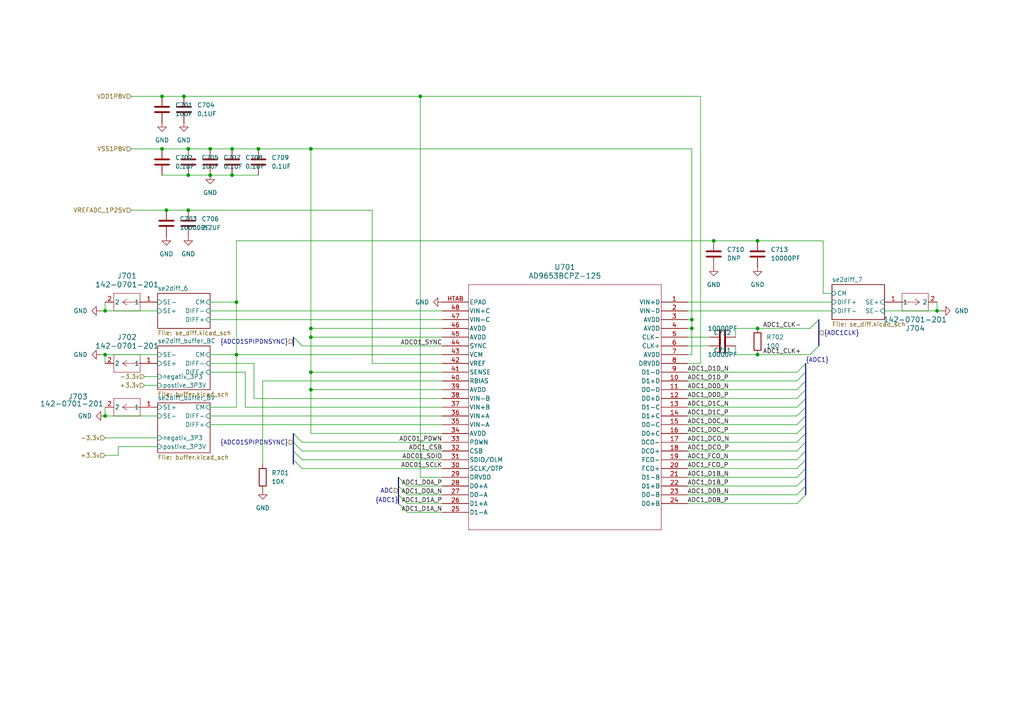
<source format=kicad_sch>
(kicad_sch (version 20231120) (generator "eeschema") (generator_version "8.0")
  (paper "A4")
  (lib_symbols
    (symbol "001_symbol:142-0701-201_GH" (pin_names (offset 0.254))
      (property "Reference" "J" (at 8.89 6.35 0))
      (property "Value" "142-0701-201" (at 0 0 0))
      (symbol "142-0701-201_GH_1_1"
        (polyline (pts (xy 5.08 -2.54) (xy 12.7 -2.54)) (stroke (width 0.127)))
        (polyline (pts (xy 5.08 2.54) (xy 5.08 -2.54)) (stroke (width 0.127)))
        (polyline (pts (xy 10.16 0) (xy 5.08 0)) (stroke (width 0.127)))
        (polyline (pts (xy 10.16 0) (xy 8.89 -0.8467)) (stroke (width 0.127)))
        (polyline (pts (xy 10.16 0) (xy 8.89 0.8467)) (stroke (width 0.127)))
        (polyline (pts (xy 12.7 -2.54) (xy 12.7 2.54)) (stroke (width 0.127)))
        (polyline (pts (xy 12.7 2.54) (xy 5.08 2.54)) (stroke (width 0.127)))
        (pin unspecified line (at 0 0 0) (length 5.08) (name "1") (number "1"))
        (pin input line (at 15.24 0 180) (length 2.54) (name "2") (number "2"))
        (pin input line (at 15.24 0 180) (length 2.54) hide (name "3") (number "3"))
        (pin input line (at 15.24 0 180) (length 2.54) hide (name "4") (number "4"))
        (pin input line (at 15.24 0 180) (length 2.54) hide (name "5") (number "5"))
      )
      (symbol "142-0701-201_GH_1_2"
        (polyline (pts (xy 5.08 -2.54) (xy 12.7 -2.54)) (stroke (width 0.127)))
        (polyline (pts (xy 5.08 2.54) (xy 5.08 -2.54)) (stroke (width 0.127)))
        (polyline (pts (xy 7.62 0) (xy 5.08 0)) (stroke (width 0.127)))
        (polyline (pts (xy 7.62 0) (xy 8.89 -0.8467)) (stroke (width 0.127)))
        (polyline (pts (xy 7.62 0) (xy 8.89 0.8467)) (stroke (width 0.127)))
        (polyline (pts (xy 12.7 -2.54) (xy 12.7 2.54)) (stroke (width 0.127)))
        (polyline (pts (xy 12.7 2.54) (xy 5.08 2.54)) (stroke (width 0.127)))
        (pin unspecified line (at 0 0 0) (length 5.08) (name "1") (number "1"))
      )
    )
    (symbol "001_symbol:AD9653BCPZ-125" (pin_names (offset 0.254))
      (property "Reference" "U" (at 35.56 10.16 0))
      (property "Value" "AD9653BCPZ-125" (at 35.56 7.62 0))
      (symbol "AD9653BCPZ-125_0_1"
        (polyline (pts (xy 7.62 -66.04) (xy 63.5 -66.04)) (stroke (width 0.127)))
        (polyline (pts (xy 7.62 5.08) (xy 7.62 -66.04)) (stroke (width 0.127)))
        (polyline (pts (xy 63.5 -66.04) (xy 63.5 5.08)) (stroke (width 0.127)))
        (polyline (pts (xy 63.5 5.08) (xy 7.62 5.08)) (stroke (width 0.127)))
        (pin input line (at 0 0 0) (length 7.62) (name "VIN+D") (number "1"))
        (pin output line (at 0 -22.86 0) (length 7.62) (name "D1+D") (number "10"))
        (pin output line (at 0 -25.4 0) (length 7.62) (name "D0-D") (number "11"))
        (pin output line (at 0 -27.94 0) (length 7.62) (name "D0+D") (number "12"))
        (pin output line (at 0 -30.48 0) (length 7.62) (name "D1-C") (number "13"))
        (pin output line (at 0 -33.02 0) (length 7.62) (name "D1+C") (number "14"))
        (pin output line (at 0 -35.56 0) (length 7.62) (name "D0-C") (number "15"))
        (pin output line (at 0 -38.1 0) (length 7.62) (name "D0+C") (number "16"))
        (pin output line (at 0 -40.64 0) (length 7.62) (name "DCO-") (number "17"))
        (pin output line (at 0 -43.18 0) (length 7.62) (name "DCO+") (number "18"))
        (pin output line (at 0 -45.72 0) (length 7.62) (name "FCO-") (number "19"))
        (pin input line (at 0 -2.54 0) (length 7.62) (name "VIN-D") (number "2"))
        (pin output line (at 0 -48.26 0) (length 7.62) (name "FCO+") (number "20"))
        (pin output line (at 0 -50.8 0) (length 7.62) (name "D1-B") (number "21"))
        (pin output line (at 0 -53.34 0) (length 7.62) (name "D1+B") (number "22"))
        (pin output line (at 0 -55.88 0) (length 7.62) (name "D0-B") (number "23"))
        (pin output line (at 0 -58.42 0) (length 7.62) (name "D0+B") (number "24"))
        (pin output line (at 71.12 -60.96 180) (length 7.62) (name "D1-A") (number "25"))
        (pin output line (at 71.12 -58.42 180) (length 7.62) (name "D1+A") (number "26"))
        (pin output line (at 71.12 -55.88 180) (length 7.62) (name "D0-A") (number "27"))
        (pin output line (at 71.12 -53.34 180) (length 7.62) (name "D0+A") (number "28"))
        (pin power_in line (at 71.12 -50.8 180) (length 7.62) (name "DRVDD") (number "29"))
        (pin power_in line (at 0 -5.08 0) (length 7.62) (name "AVDD") (number "3"))
        (pin bidirectional line (at 71.12 -48.26 180) (length 7.62) (name "SCLK/DTP") (number "30"))
        (pin bidirectional line (at 71.12 -45.72 180) (length 7.62) (name "SDIO/OLM") (number "31"))
        (pin unspecified line (at 71.12 -43.18 180) (length 7.62) (name "CSB") (number "32"))
        (pin input line (at 71.12 -40.64 180) (length 7.62) (name "PDWN") (number "33"))
        (pin power_in line (at 71.12 -38.1 180) (length 7.62) (name "AVDD") (number "34"))
        (pin input line (at 71.12 -35.56 180) (length 7.62) (name "VIN-A") (number "35"))
        (pin input line (at 71.12 -33.02 180) (length 7.62) (name "VIN+A") (number "36"))
        (pin input line (at 71.12 -30.48 180) (length 7.62) (name "VIN+B") (number "37"))
        (pin input line (at 71.12 -27.94 180) (length 7.62) (name "VIN-B") (number "38"))
        (pin power_in line (at 71.12 -25.4 180) (length 7.62) (name "AVDD") (number "39"))
        (pin power_in line (at 0 -7.62 0) (length 7.62) (name "AVDD") (number "4"))
        (pin unspecified line (at 71.12 -22.86 180) (length 7.62) (name "RBIAS") (number "40"))
        (pin unspecified line (at 71.12 -20.32 180) (length 7.62) (name "SENSE") (number "41"))
        (pin bidirectional line (at 71.12 -17.78 180) (length 7.62) (name "VREF") (number "42"))
        (pin input line (at 71.12 -15.24 180) (length 7.62) (name "VCM") (number "43"))
        (pin input line (at 71.12 -12.7 180) (length 7.62) (name "SYNC") (number "44"))
        (pin power_in line (at 71.12 -10.16 180) (length 7.62) (name "AVDD") (number "45"))
        (pin power_in line (at 71.12 -7.62 180) (length 7.62) (name "AVDD") (number "46"))
        (pin input line (at 71.12 -5.08 180) (length 7.62) (name "VIN-C") (number "47"))
        (pin input line (at 71.12 -2.54 180) (length 7.62) (name "VIN+C") (number "48"))
        (pin input line (at 0 -10.16 0) (length 7.62) (name "CLK-") (number "5"))
        (pin input line (at 0 -12.7 0) (length 7.62) (name "CLK+") (number "6"))
        (pin power_in line (at 0 -15.24 0) (length 7.62) (name "AVDD") (number "7"))
        (pin power_in line (at 0 -17.78 0) (length 7.62) (name "DRVDD") (number "8"))
        (pin output line (at 0 -20.32 0) (length 7.62) (name "D1-D") (number "9"))
        (pin unspecified line (at 71.12 0 180) (length 7.62) (name "EPAD") (number "HTAB"))
      )
    )
    (symbol "Device:C" (pin_numbers hide) (pin_names (offset 0.254))
      (property "Reference" "C" (at 0.635 2.54 0))
      (property "Value" "C" (at 0.635 -2.54 0))
      (symbol "C_0_1"
        (polyline (pts (xy -2.032 -0.762) (xy 2.032 -0.762)) (stroke (width 0.508)))
        (polyline (pts (xy -2.032 0.762) (xy 2.032 0.762)) (stroke (width 0.508)))
      )
      (symbol "C_1_1"
        (pin passive line (at 0 3.81 270) (length 2.794) (name "~") (number "1"))
        (pin passive line (at 0 -3.81 90) (length 2.794) (name "~") (number "2"))
      )
    )
    (symbol "Device:R" (pin_numbers hide) (pin_names (offset 0))
      (property "Reference" "R" (at 2.032 0 90))
      (property "Value" "R" (at 0 0 90))
      (symbol "R_0_1"
        (rectangle (start -1.016 -2.54) (end 1.016 2.54) (stroke (width 0.254)))
      )
      (symbol "R_1_1"
        (pin passive line (at 0 3.81 270) (length 1.27) (name "~") (number "1"))
        (pin passive line (at 0 -3.81 90) (length 1.27) (name "~") (number "2"))
      )
    )
    (symbol "power:GND" (power) (pin_numbers hide) (pin_names (offset 0) hide)
      (property "Value" "GND" (at 0 -3.81 0))
      (symbol "GND_0_1"
        (polyline (pts (xy 0 0) (xy 0 -1.27) (xy 1.27 -1.27) (xy 0 -2.54) (xy -1.27 -1.27) (xy 0 -1.27)))
      )
      (symbol "GND_1_1"
        (pin power_in line (at 0 0 270) (length 0) (name "~") (number "1"))
      )
    )
  )
  (junction (at 271.78 90.17))
  (junction (at 68.58 87.63))
  (junction (at 67.31 50.8))
  (junction (at 54.61 43.18))
  (junction (at 200.66 95.25))
  (junction (at 90.17 107.95))
  (junction (at 219.71 102.87))
  (junction (at 90.17 113.03))
  (junction (at 219.71 69.85))
  (junction (at 60.96 43.18))
  (junction (at 46.99 43.18))
  (junction (at 48.26 60.96))
  (junction (at 219.71 95.25))
  (junction (at 121.92 27.94))
  (junction (at 90.17 43.18))
  (junction (at 54.61 50.8))
  (junction (at 200.66 92.71))
  (junction (at 68.58 102.87))
  (junction (at 90.17 95.25))
  (junction (at 46.99 27.94))
  (junction (at 207.01 69.85))
  (junction (at 74.93 43.18))
  (junction (at 67.31 43.18))
  (junction (at 53.34 27.94))
  (junction (at 60.96 50.8))
  (junction (at 30.48 90.17))
  (junction (at 30.48 120.65))
  (junction (at 30.48 102.87))
  (junction (at 54.61 60.96))
  (junction (at 90.17 97.79))
  (bus_entry (at 85.09 97.79) (size 2.54 2.54))
  (bus_entry (at 233.68 125.73) (size -2.54 2.54))
  (bus_entry (at 233.68 115.57) (size -2.54 2.54))
  (bus_entry (at 85.09 130.81) (size 2.54 2.54))
  (bus_entry (at 233.68 128.27) (size -2.54 2.54))
  (bus_entry (at 233.68 113.03) (size -2.54 2.54))
  (bus_entry (at 233.68 133.35) (size -2.54 2.54))
  (bus_entry (at 233.68 140.97) (size -2.54 2.54))
  (bus_entry (at 115.57 146.05) (size 2.54 2.54))
  (bus_entry (at 85.09 125.73) (size 2.54 2.54))
  (bus_entry (at 233.68 105.41) (size -2.54 2.54))
  (bus_entry (at 233.68 110.49) (size -2.54 2.54))
  (bus_entry (at 115.57 138.43) (size 2.54 2.54))
  (bus_entry (at 233.68 123.19) (size -2.54 2.54))
  (bus_entry (at 85.09 133.35) (size 2.54 2.54))
  (bus_entry (at 233.68 120.65) (size -2.54 2.54))
  (bus_entry (at 237.49 100.33) (size -2.54 2.54))
  (bus_entry (at 233.68 130.81) (size -2.54 2.54))
  (bus_entry (at 115.57 140.97) (size 2.54 2.54))
  (bus_entry (at 85.09 128.27) (size 2.54 2.54))
  (bus_entry (at 233.68 107.95) (size -2.54 2.54))
  (bus_entry (at 233.68 143.51) (size -2.54 2.54))
  (bus_entry (at 237.49 92.71) (size -2.54 2.54))
  (bus_entry (at 233.68 135.89) (size -2.54 2.54))
  (bus_entry (at 233.68 138.43) (size -2.54 2.54))
  (bus_entry (at 115.57 143.51) (size 2.54 2.54))
  (bus_entry (at 233.68 118.11) (size -2.54 2.54))
  (wire (pts (xy 199.39 100.33) (xy 205.74 100.33)))
  (wire (pts (xy 203.2 105.41) (xy 203.2 27.94)))
  (wire (pts (xy 199.39 123.19) (xy 231.14 123.19)))
  (wire (pts (xy 107.95 105.41) (xy 128.27 105.41)))
  (wire (pts (xy 200.66 102.87) (xy 200.66 95.25)))
  (wire (pts (xy 213.36 100.33) (xy 213.36 102.87)))
  (wire (pts (xy 67.31 50.8) (xy 74.93 50.8)))
  (bus (pts (xy 233.68 110.49) (xy 233.68 113.03)))
  (wire (pts (xy 213.36 97.79) (xy 213.36 95.25)))
  (wire (pts (xy 90.17 107.95) (xy 90.17 113.03)))
  (wire (pts (xy 38.1 27.94) (xy 46.99 27.94)))
  (bus (pts (xy 233.68 140.97) (xy 233.68 143.51)))
  (wire (pts (xy 199.39 102.87) (xy 200.66 102.87)))
  (wire (pts (xy 60.96 102.87) (xy 68.58 102.87)))
  (wire (pts (xy 41.91 109.22) (xy 45.72 109.22)))
  (wire (pts (xy 87.63 135.89) (xy 128.27 135.89)))
  (bus (pts (xy 233.68 115.57) (xy 233.68 118.11)))
  (wire (pts (xy 199.39 140.97) (xy 231.14 140.97)))
  (wire (pts (xy 87.63 100.33) (xy 128.27 100.33)))
  (bus (pts (xy 115.57 143.51) (xy 115.57 146.05)))
  (wire (pts (xy 60.96 118.11) (xy 68.58 118.11)))
  (wire (pts (xy 54.61 50.8) (xy 60.96 50.8)))
  (bus (pts (xy 233.68 133.35) (xy 233.68 135.89)))
  (wire (pts (xy 121.92 27.94) (xy 121.92 138.43)))
  (wire (pts (xy 38.1 43.18) (xy 46.99 43.18)))
  (wire (pts (xy 41.91 111.76) (xy 45.72 111.76)))
  (wire (pts (xy 199.39 135.89) (xy 231.14 135.89)))
  (wire (pts (xy 90.17 113.03) (xy 128.27 113.03)))
  (bus (pts (xy 233.68 113.03) (xy 233.68 115.57)))
  (bus (pts (xy 85.09 133.35) (xy 85.09 134.62)))
  (bus (pts (xy 233.68 128.27) (xy 233.68 130.81)))
  (wire (pts (xy 60.96 90.17) (xy 128.27 90.17)))
  (wire (pts (xy 90.17 43.18) (xy 90.17 95.25)))
  (wire (pts (xy 90.17 107.95) (xy 128.27 107.95)))
  (wire (pts (xy 199.39 118.11) (xy 231.14 118.11)))
  (bus (pts (xy 233.68 130.81) (xy 233.68 133.35)))
  (bus (pts (xy 85.09 130.81) (xy 85.09 133.35)))
  (bus (pts (xy 233.68 125.73) (xy 233.68 128.27)))
  (bus (pts (xy 237.49 92.71) (xy 237.49 100.33)))
  (wire (pts (xy 199.39 90.17) (xy 241.3 90.17)))
  (wire (pts (xy 29.21 90.17) (xy 30.48 90.17)))
  (wire (pts (xy 68.58 87.63) (xy 68.58 102.87)))
  (wire (pts (xy 90.17 97.79) (xy 128.27 97.79)))
  (wire (pts (xy 219.71 102.87) (xy 234.95 102.87)))
  (wire (pts (xy 30.48 120.65) (xy 45.72 120.65)))
  (wire (pts (xy 213.36 102.87) (xy 219.71 102.87)))
  (wire (pts (xy 30.48 102.87) (xy 30.48 105.41)))
  (wire (pts (xy 118.11 146.05) (xy 128.27 146.05)))
  (wire (pts (xy 29.21 102.87) (xy 30.48 102.87)))
  (wire (pts (xy 30.48 118.11) (xy 30.48 120.65)))
  (wire (pts (xy 46.99 50.8) (xy 54.61 50.8)))
  (wire (pts (xy 34.29 129.54) (xy 34.29 132.08)))
  (wire (pts (xy 199.39 110.49) (xy 231.14 110.49)))
  (wire (pts (xy 118.11 148.59) (xy 128.27 148.59)))
  (wire (pts (xy 207.01 69.85) (xy 219.71 69.85)))
  (wire (pts (xy 199.39 97.79) (xy 205.74 97.79)))
  (wire (pts (xy 128.27 102.87) (xy 68.58 102.87)))
  (wire (pts (xy 200.66 92.71) (xy 200.66 43.18)))
  (wire (pts (xy 90.17 113.03) (xy 90.17 125.73)))
  (wire (pts (xy 238.76 85.09) (xy 241.3 85.09)))
  (wire (pts (xy 90.17 95.25) (xy 128.27 95.25)))
  (wire (pts (xy 90.17 97.79) (xy 90.17 107.95)))
  (wire (pts (xy 54.61 43.18) (xy 60.96 43.18)))
  (wire (pts (xy 121.92 138.43) (xy 128.27 138.43)))
  (wire (pts (xy 87.63 133.35) (xy 128.27 133.35)))
  (bus (pts (xy 85.09 125.73) (xy 85.09 128.27)))
  (wire (pts (xy 199.39 128.27) (xy 231.14 128.27)))
  (wire (pts (xy 73.66 115.57) (xy 128.27 115.57)))
  (wire (pts (xy 60.96 43.18) (xy 67.31 43.18)))
  (wire (pts (xy 219.71 95.25) (xy 234.95 95.25)))
  (wire (pts (xy 45.72 129.54) (xy 34.29 129.54)))
  (wire (pts (xy 200.66 95.25) (xy 200.66 92.71)))
  (wire (pts (xy 54.61 60.96) (xy 107.95 60.96)))
  (bus (pts (xy 233.68 138.43) (xy 233.68 140.97)))
  (bus (pts (xy 85.09 97.79) (xy 85.09 100.33)))
  (wire (pts (xy 199.39 133.35) (xy 231.14 133.35)))
  (bus (pts (xy 233.68 123.19) (xy 233.68 125.73)))
  (wire (pts (xy 87.63 130.81) (xy 128.27 130.81)))
  (wire (pts (xy 87.63 128.27) (xy 128.27 128.27)))
  (bus (pts (xy 233.68 118.11) (xy 233.68 120.65)))
  (wire (pts (xy 74.93 43.18) (xy 90.17 43.18)))
  (wire (pts (xy 199.39 87.63) (xy 241.3 87.63)))
  (wire (pts (xy 256.54 90.17) (xy 271.78 90.17)))
  (wire (pts (xy 68.58 69.85) (xy 68.58 87.63)))
  (wire (pts (xy 30.48 127) (xy 45.72 127)))
  (wire (pts (xy 68.58 69.85) (xy 207.01 69.85)))
  (wire (pts (xy 271.78 90.17) (xy 273.05 90.17)))
  (wire (pts (xy 46.99 27.94) (xy 53.34 27.94)))
  (wire (pts (xy 199.39 105.41) (xy 203.2 105.41)))
  (wire (pts (xy 199.39 146.05) (xy 231.14 146.05)))
  (wire (pts (xy 118.11 143.51) (xy 128.27 143.51)))
  (wire (pts (xy 67.31 43.18) (xy 74.93 43.18)))
  (wire (pts (xy 271.78 87.63) (xy 271.78 90.17)))
  (wire (pts (xy 200.66 43.18) (xy 90.17 43.18)))
  (wire (pts (xy 199.39 120.65) (xy 231.14 120.65)))
  (wire (pts (xy 90.17 125.73) (xy 128.27 125.73)))
  (wire (pts (xy 30.48 87.63) (xy 30.48 90.17)))
  (bus (pts (xy 115.57 140.97) (xy 115.57 143.51)))
  (wire (pts (xy 30.48 102.87) (xy 45.72 102.87)))
  (wire (pts (xy 71.12 107.95) (xy 71.12 118.11)))
  (wire (pts (xy 128.27 110.49) (xy 76.2 110.49)))
  (bus (pts (xy 115.57 138.43) (xy 115.57 140.97)))
  (wire (pts (xy 68.58 102.87) (xy 68.58 118.11)))
  (wire (pts (xy 60.96 105.41) (xy 73.66 105.41)))
  (bus (pts (xy 233.68 107.95) (xy 233.68 110.49)))
  (wire (pts (xy 199.39 115.57) (xy 231.14 115.57)))
  (wire (pts (xy 53.34 27.94) (xy 121.92 27.94)))
  (wire (pts (xy 34.29 132.08) (xy 30.48 132.08)))
  (wire (pts (xy 48.26 60.96) (xy 54.61 60.96)))
  (wire (pts (xy 60.96 50.8) (xy 67.31 50.8)))
  (wire (pts (xy 238.76 69.85) (xy 238.76 85.09)))
  (wire (pts (xy 60.96 123.19) (xy 128.27 123.19)))
  (wire (pts (xy 199.39 130.81) (xy 231.14 130.81)))
  (wire (pts (xy 213.36 95.25) (xy 219.71 95.25)))
  (wire (pts (xy 38.1 60.96) (xy 48.26 60.96)))
  (wire (pts (xy 199.39 92.71) (xy 200.66 92.71)))
  (bus (pts (xy 233.68 120.65) (xy 233.68 123.19)))
  (wire (pts (xy 107.95 60.96) (xy 107.95 105.41)))
  (wire (pts (xy 199.39 113.03) (xy 231.14 113.03)))
  (bus (pts (xy 233.68 105.41) (xy 233.68 107.95)))
  (wire (pts (xy 199.39 95.25) (xy 200.66 95.25)))
  (wire (pts (xy 199.39 138.43) (xy 231.14 138.43)))
  (wire (pts (xy 73.66 105.41) (xy 73.66 115.57)))
  (wire (pts (xy 71.12 118.11) (xy 128.27 118.11)))
  (wire (pts (xy 118.11 140.97) (xy 128.27 140.97)))
  (bus (pts (xy 233.68 135.89) (xy 233.68 138.43)))
  (wire (pts (xy 46.99 43.18) (xy 54.61 43.18)))
  (wire (pts (xy 60.96 107.95) (xy 71.12 107.95)))
  (wire (pts (xy 76.2 110.49) (xy 76.2 134.62)))
  (wire (pts (xy 238.76 69.85) (xy 219.71 69.85)))
  (wire (pts (xy 199.39 107.95) (xy 231.14 107.95)))
  (wire (pts (xy 30.48 90.17) (xy 45.72 90.17)))
  (wire (pts (xy 90.17 95.25) (xy 90.17 97.79)))
  (wire (pts (xy 60.96 120.65) (xy 128.27 120.65)))
  (wire (pts (xy 199.39 143.51) (xy 231.14 143.51)))
  (bus (pts (xy 85.09 128.27) (xy 85.09 130.81)))
  (wire (pts (xy 60.96 87.63) (xy 68.58 87.63)))
  (wire (pts (xy 121.92 27.94) (xy 203.2 27.94)))
  (wire (pts (xy 60.96 92.71) (xy 128.27 92.71)))
  (wire (pts (xy 199.39 125.73) (xy 231.14 125.73)))
  (label "ADC1_D0B_N" (at 199.39 143.51 0))
  (label "ADC1_DCO_P" (at 199.39 130.81 0))
  (label "ADC1_D0A_N" (at 128.27 143.51 180))
  (label "ADC1_CSB" (at 128.27 130.81 180))
  (label "ADC1_D0C_N" (at 199.39 123.19 0))
  (label "ADC1_D1D_P" (at 199.39 110.49 0))
  (label "{ADC1}" (at 233.68 105.41 0))
  (label "ADC1_D0B_P" (at 199.39 146.05 0))
  (label "ADC1_D1C_N" (at 199.39 118.11 0))
  (label "ADC1_D1D_N" (at 199.39 107.95 0))
  (label "ADC1_CLK-" (at 232.41 95.25 180))
  (label "ADC01_PDWN" (at 128.27 128.27 180))
  (label "ADC1_CLK+" (at 232.41 102.87 180))
  (label "ADC1_D1B_P" (at 199.39 140.97 0))
  (label "ADC1_D1A_P" (at 128.27 146.05 180))
  (label "ADC01_SDIO" (at 128.27 133.35 180))
  (label "ADC1_FCO_N" (at 199.39 133.35 0))
  (label "ADC1_D1B_N" (at 199.39 138.43 0))
  (label "ADC01_SYNC" (at 128.27 100.33 180))
  (label "ADC1_FCO_P" (at 199.39 135.89 0))
  (label "ADC1_DCO_N" (at 199.39 128.27 0))
  (label "{ADC1}" (at 115.57 146.05 180))
  (label "ADC1_D1A_N" (at 128.27 148.59 180))
  (label "ADC1_D0D_N" (at 199.39 113.03 0))
  (label "ADC01_SCLK" (at 128.27 135.89 180))
  (label "ADC1_D0C_P" (at 199.39 125.73 0))
  (label "ADC1_D1C_P" (at 199.39 120.65 0))
  (label "ADC1_D0D_P" (at 199.39 115.57 0))
  (label "ADC1_D0A_P" (at 128.27 140.97 180))
  (hierarchical_label "-3.3v" (shape input) (at 30.48 127 180))
  (hierarchical_label "+3.3v" (shape input) (at 41.91 111.76 180))
  (hierarchical_label "ADC" (shape input) (at 115.57 142.24 180))
  (hierarchical_label "VREFADC_1P25V" (shape input) (at 38.1 60.96 180))
  (hierarchical_label "{ADC01SPIPDNSYNC}" (shape input) (at 85.09 128.27 180))
  (hierarchical_label "-3.3v" (shape input) (at 41.91 109.22 180))
  (hierarchical_label "VSS1P8V" (shape input) (at 38.1 43.18 180))
  (hierarchical_label "+3.3v" (shape input) (at 30.48 132.08 180))
  (hierarchical_label "{ADC01SPIPDNSYNC}" (shape input) (at 85.09 99.06 180))
  (hierarchical_label "{ADC1CLK}" (shape input) (at 237.49 96.52 0))
  (hierarchical_label "VDD1P8V" (shape input) (at 38.1 27.94 180))
  (symbol (lib_id "001_symbol:142-0701-201_GH") (at 256.54 87.63 0) (unit 1)
    (property "Reference" "J704" (at 265.43 95.25 0) (effects (font (size 1.524 1.524))))
    (property "Value" "142-0701-201" (at 265.43 92.71 0) (effects (font (size 1.524 1.524))))
    (property "Footprint" "CONN_142-0701-201_CIN" (effects (hide yes)))
    (property "Datasheet" "142-0701-201" (effects (hide yes)))
    (property "Vendor" "digikey:J500-ND" (effects (hide yes)))
  )
  (symbol (lib_id "power:GND") (at 29.21 90.17 270) (mirror x) (unit 1)
    (property "Reference" "#PWR0701" (effects (hide yes)))
    (property "Value" "GND" (at 25.4 90.1701 90) (effects (justify right)))
    (property "Description" "Power symbol creates a global label with name \"GND\" , ground" (effects (hide yes)))
  )
  (symbol (lib_id "power:GND") (at 60.96 50.8 0) (unit 1)
    (property "Reference" "#PWR0708" (effects (hide yes)))
    (property "Value" "GND" (at 60.96 55.88 0))
    (property "Description" "Power symbol creates a global label with name \"GND\" , ground" (effects (hide yes)))
  )
  (symbol (lib_id "power:GND") (at 54.61 68.58 0) (unit 1)
    (property "Reference" "#PWR0707" (effects (hide yes)))
    (property "Value" "GND" (at 54.61 73.66 0))
    (property "Description" "Power symbol creates a global label with name \"GND\" , ground" (effects (hide yes)))
  )
  (symbol (lib_id "power:GND") (at 207.01 77.47 0) (unit 1)
    (property "Reference" "#PWR0711" (effects (hide yes)))
    (property "Value" "GND" (at 207.01 82.55 0))
    (property "Description" "Power symbol creates a global label with name \"GND\" , ground" (effects (hide yes)))
  )
  (symbol (lib_id "001_symbol:142-0701-201_GH") (at 45.72 87.63 0) (mirror y) (unit 1)
    (property "Reference" "J701" (at 36.83 80.01 0) (effects (font (size 1.524 1.524))))
    (property "Value" "142-0701-201" (at 36.83 82.55 0) (effects (font (size 1.524 1.524))))
    (property "Footprint" "CONN_142-0701-201_CIN" (effects (hide yes)))
    (property "Datasheet" "142-0701-201" (effects (hide yes)))
    (property "Vendor" "digikey:J500-ND" (effects (hide yes)))
  )
  (symbol (lib_id "Device:C") (at 46.99 31.75 0) (unit 1)
    (property "Reference" "C701" (at 50.8 30.4799 0) (effects (justify left)))
    (property "Value" "10UF" (at 50.8 33.0199 0) (effects (justify left)))
    (property "Footprint" "Capacitor_SMD:C_0603_1608Metric" (effects (hide yes)))
    (property "Description" "Unpolarized capacitor" (effects (hide yes)))
    (property "Vendor" "digikey:445-6853-1-ND" (effects (hide yes)))
  )
  (symbol (lib_id "Device:C") (at 207.01 73.66 0) (unit 1)
    (property "Reference" "C710" (at 210.82 72.3899 0) (effects (justify left)))
    (property "Value" "DNP" (at 210.82 74.9299 0) (effects (justify left)))
    (property "Footprint" "Capacitor_SMD:C_0603_1608Metric" (effects (hide yes)))
    (property "Description" "Unpolarized capacitor" (effects (hide yes)))
  )
  (symbol (lib_id "Device:R") (at 76.2 138.43 0) (unit 1)
    (property "Reference" "R701" (at 78.74 137.1599 0) (effects (justify left)))
    (property "Value" "10K" (at 78.74 139.6999 0) (effects (justify left)))
    (property "Footprint" "Resistor_SMD:R_0603_1608Metric" (effects (hide yes)))
    (property "Description" "Resistor" (effects (hide yes)))
    (property "Vendor" "digikey:MCT0603-10K-MDCT-ND" (effects (hide yes)))
  )
  (symbol (lib_id "power:GND") (at 128.27 87.63 270) (unit 1)
    (property "Reference" "#PWR0710" (effects (hide yes)))
    (property "Value" "GND" (at 124.46 87.6299 90) (effects (justify right)))
    (property "Description" "Power symbol creates a global label with name \"GND\" , ground" (effects (hide yes)))
  )
  (symbol (lib_id "Device:C") (at 74.93 46.99 0) (unit 1)
    (property "Reference" "C709" (at 78.74 45.7199 0) (effects (justify left)))
    (property "Value" "0.1UF" (at 78.74 48.2599 0) (effects (justify left)))
    (property "Footprint" "Capacitor_SMD:C_0402_1005Metric" (effects (hide yes)))
    (property "Description" "Unpolarized capacitor" (effects (hide yes)))
    (property "Vendor" "digikey:490-1318-1-ND" (effects (hide yes)))
  )
  (symbol (lib_id "power:GND") (at 53.34 35.56 0) (unit 1)
    (property "Reference" "#PWR0706" (effects (hide yes)))
    (property "Value" "GND" (at 53.34 40.64 0))
    (property "Description" "Power symbol creates a global label with name \"GND\" , ground" (effects (hide yes)))
  )
  (symbol (lib_id "001_symbol:142-0701-201_GH") (at 45.72 105.41 0) (mirror y) (unit 1)
    (property "Reference" "J702" (at 36.83 97.79 0) (effects (font (size 1.524 1.524))))
    (property "Value" "142-0701-201" (at 36.83 100.33 0) (effects (font (size 1.524 1.524))))
    (property "Footprint" "CONN_142-0701-201_CIN" (effects (hide yes)))
    (property "Datasheet" "142-0701-201" (effects (hide yes)))
    (property "Vendor" "digikey:J500-ND" (effects (hide yes)))
  )
  (symbol (lib_id "Device:C") (at 219.71 73.66 0) (unit 1)
    (property "Reference" "C713" (at 223.52 72.3899 0) (effects (justify left)))
    (property "Value" "10000PF" (at 223.52 74.9299 0) (effects (justify left)))
    (property "Footprint" "Capacitor_SMD:C_0603_1608Metric" (effects (hide yes)))
    (property "Description" "Unpolarized capacitor" (effects (hide yes)))
    (property "Vendor" "digikey:445-2664-1-ND" (effects (hide yes)))
  )
  (symbol (lib_id "001_symbol:142-0701-201_GH") (at 45.72 118.11 0) (mirror y) (unit 1)
    (property "Reference" "J703" (at 22.606 115.062 0) (effects (font (size 1.524 1.524))))
    (property "Value" "142-0701-201" (at 20.828 117.094 0) (effects (font (size 1.524 1.524))))
    (property "Footprint" "CONN_142-0701-201_CIN" (effects (hide yes)))
    (property "Datasheet" "142-0701-201" (effects (hide yes)))
    (property "Vendor" "digikey:J500-ND" (effects (hide yes)))
  )
  (symbol (lib_id "Device:C") (at 54.61 46.99 0) (unit 1)
    (property "Reference" "C705" (at 58.42 45.7199 0) (effects (justify left)))
    (property "Value" "10UF" (at 58.42 48.2599 0) (effects (justify left)))
    (property "Footprint" "Capacitor_SMD:C_0603_1608Metric" (effects (hide yes)))
    (property "Description" "Unpolarized capacitor" (effects (hide yes)))
    (property "Vendor" "digikey:445-6853-1-ND" (effects (hide yes)))
  )
  (symbol (lib_id "Device:C") (at 53.34 31.75 0) (unit 1)
    (property "Reference" "C704" (at 57.15 30.4799 0) (effects (justify left)))
    (property "Value" "0.1UF" (at 57.15 33.0199 0) (effects (justify left)))
    (property "Footprint" "Capacitor_SMD:C_0402_1005Metric" (effects (hide yes)))
    (property "Description" "Unpolarized capacitor" (effects (hide yes)))
    (property "Vendor" "digikey:490-1318-1-ND" (effects (hide yes)))
  )
  (symbol (lib_id "power:GND") (at 219.71 77.47 0) (unit 1)
    (property "Reference" "#PWR0712" (effects (hide yes)))
    (property "Value" "GND" (at 219.71 82.55 0))
    (property "Description" "Power symbol creates a global label with name \"GND\" , ground" (effects (hide yes)))
  )
  (symbol (lib_id "Device:R") (at 219.71 99.06 0) (unit 1)
    (property "Reference" "R702" (at 222.25 97.7899 0) (effects (justify left)))
    (property "Value" "100" (at 222.25 100.3299 0) (effects (justify left)))
    (property "Footprint" "Resistor_SMD:R_0603_1608Metric" (effects (hide yes)))
    (property "Description" "Resistor" (effects (hide yes)))
    (property "Vendor" "digikey:311-100HRCT-ND" (effects (hide yes)))
  )
  (symbol (lib_id "001_symbol:AD9653BCPZ-125") (at 199.39 87.63 0) (mirror y) (unit 1)
    (property "Reference" "U701" (at 163.83 77.47 0) (effects (font (size 1.524 1.524))))
    (property "Value" "AD9653BCPZ-125" (at 163.83 80.01 0) (effects (font (size 1.524 1.524))))
    (property "Footprint" "001_download:CP_48_13_ADI" (effects (hide yes)))
    (property "Datasheet" "AD9653BCPZ-125" (effects (hide yes)))
    (property "Vendor" "digikey:AD9653BCPZ-125-ND" (effects (hide yes)))
  )
  (symbol (lib_id "power:GND") (at 29.21 102.87 270) (mirror x) (unit 1)
    (property "Reference" "#PWR0702" (effects (hide yes)))
    (property "Value" "GND" (at 25.4 102.8701 90) (effects (justify right)))
    (property "Description" "Power symbol creates a global label with name \"GND\" , ground" (effects (hide yes)))
  )
  (symbol (lib_id "power:GND") (at 48.26 68.58 0) (unit 1)
    (property "Reference" "#PWR0705" (effects (hide yes)))
    (property "Value" "GND" (at 48.26 73.66 0))
    (property "Description" "Power symbol creates a global label with name \"GND\" , ground" (effects (hide yes)))
  )
  (symbol (lib_id "power:GND") (at 46.99 35.56 0) (unit 1)
    (property "Reference" "#PWR0704" (effects (hide yes)))
    (property "Value" "GND" (at 46.99 40.64 0))
    (property "Description" "Power symbol creates a global label with name \"GND\" , ground" (effects (hide yes)))
  )
  (symbol (lib_id "power:GND") (at 273.05 90.17 90) (mirror x) (unit 1)
    (property "Reference" "#PWR0713" (effects (hide yes)))
    (property "Value" "GND" (at 276.86 90.1701 90) (effects (justify right)))
    (property "Description" "Power symbol creates a global label with name \"GND\" , ground" (effects (hide yes)))
  )
  (symbol (lib_id "Device:C") (at 60.96 46.99 0) (unit 1)
    (property "Reference" "C707" (at 64.77 45.7199 0) (effects (justify left)))
    (property "Value" "0.1UF" (at 64.77 48.2599 0) (effects (justify left)))
    (property "Footprint" "Capacitor_SMD:C_0402_1005Metric" (effects (hide yes)))
    (property "Description" "Unpolarized capacitor" (effects (hide yes)))
    (property "Vendor" "digikey:490-1318-1-ND" (effects (hide yes)))
  )
  (symbol (lib_id "Device:C") (at 209.55 100.33 270) (mirror x) (unit 1)
    (property "Reference" "C712" (at 209.55 96.52 90))
    (property "Value" "10000PF" (at 209.55 95.25 90))
    (property "Footprint" "Capacitor_SMD:C_0603_1608Metric" (effects (hide yes)))
    (property "Description" "Unpolarized capacitor" (effects (hide yes)))
    (property "Vendor" "digikey:445-2664-1-ND" (effects (hide yes)))
  )
  (symbol (lib_id "Device:C") (at 54.61 64.77 0) (unit 1)
    (property "Reference" "C706" (at 58.42 63.4999 0) (effects (justify left)))
    (property "Value" "2.2UF" (at 58.42 66.0399 0) (effects (justify left)))
    (property "Footprint" "Capacitor_SMD:C_0603_1608Metric" (effects (hide yes)))
    (property "Description" "Tant_poly" (effects (hide yes)))
    (property "Vendor" "digikey:478-8725-1-ND" (effects (hide yes)))
  )
  (symbol (lib_id "Device:C") (at 67.31 46.99 0) (unit 1)
    (property "Reference" "C708" (at 71.12 45.7199 0) (effects (justify left)))
    (property "Value" "0.1UF" (at 71.12 48.2599 0) (effects (justify left)))
    (property "Footprint" "Capacitor_SMD:C_0402_1005Metric" (effects (hide yes)))
    (property "Description" "Unpolarized capacitor" (effects (hide yes)))
    (property "Vendor" "digikey:490-1318-1-ND" (effects (hide yes)))
  )
  (symbol (lib_id "power:GND") (at 30.48 120.65 270) (mirror x) (unit 1)
    (property "Reference" "#PWR0703" (effects (hide yes)))
    (property "Value" "GND" (at 26.67 120.6501 90) (effects (justify right)))
    (property "Description" "Power symbol creates a global label with name \"GND\" , ground" (effects (hide yes)))
  )
  (symbol (lib_id "power:GND") (at 76.2 142.24 0) (unit 1)
    (property "Reference" "#PWR0709" (effects (hide yes)))
    (property "Value" "GND" (at 76.2 147.32 0))
    (property "Description" "Power symbol creates a global label with name \"GND\" , ground" (effects (hide yes)))
  )
  (symbol (lib_id "Device:C") (at 46.99 46.99 0) (unit 1)
    (property "Reference" "C702" (at 50.8 45.7199 0) (effects (justify left)))
    (property "Value" "0.1UF" (at 50.8 48.2599 0) (effects (justify left)))
    (property "Footprint" "Capacitor_SMD:C_0402_1005Metric" (effects (hide yes)))
    (property "Description" "Unpolarized capacitor" (effects (hide yes)))
    (property "Vendor" "digikey:490-1318-1-ND" (effects (hide yes)))
  )
  (symbol (lib_id "Device:C") (at 209.55 97.79 270) (unit 1)
    (property "Reference" "C711" (at 209.55 101.6 90))
    (property "Value" "10000PF" (at 209.55 102.87 90))
    (property "Footprint" "Capacitor_SMD:C_0603_1608Metric" (effects (hide yes)))
    (property "Description" "Unpolarized capacitor" (effects (hide yes)))
    (property "Vendor" "digikey:445-2664-1-ND" (effects (hide yes)))
  )
  (symbol (lib_id "Device:C") (at 48.26 64.77 0) (unit 1)
    (property "Reference" "C703" (at 52.07 63.4999 0) (effects (justify left)))
    (property "Value" "10000PF" (at 52.07 66.0399 0) (effects (justify left)))
    (property "Footprint" "Capacitor_SMD:C_0603_1608Metric" (effects (hide yes)))
    (property "Description" "Unpolarized capacitor" (effects (hide yes)))
    (property "Vendor" "digikey:445-2664-1-ND" (effects (hide yes)))
  )
  (sheet (at 45.72 85.09) (size 15.24 10.16) (stroke (width 0.1524))
    (property "Sheetname" "se2diff_6" (at 45.72 84.3784 0) (effects (justify left bottom)))
    (property "Sheetfile" "se_diff.kicad_sch" (at 45.72 95.8346 0) (effects (justify left top)))
    (pin "DIFF-" input (at 60.96 90.17 0))
    (pin "CM" input (at 60.96 87.63 0))
    (pin "DIFF+" input (at 60.96 92.71 0))
    (pin "SE-" input (at 45.72 87.63 180))
    (pin "SE+" input (at 45.72 90.17 180))
  )
  (sheet (at 45.72 116.84) (size 15.24 14.478) (stroke (width 0.1524))
    (property "Sheetname" "se2diff_buffer_BV" (at 45.72 116.1284 0) (effects (justify left bottom)))
    (property "Sheetfile" "buffer.kicad_sch" (at 45.72 131.9026 0) (effects (justify left top)))
    (pin "DIFF-" input (at 60.96 120.65 0))
    (pin "CM" input (at 60.96 118.11 0))
    (pin "DIFF+" input (at 60.96 123.19 0))
    (pin "SE-" input (at 45.72 120.65 180))
    (pin "SE+" input (at 45.72 118.11 180))
    (pin "negativ_3P3" input (at 45.72 127 180))
    (pin "postive_3P3V" input (at 45.72 129.54 180))
  )
  (sheet (at 45.72 100.33) (size 15.24 12.7) (stroke (width 0.1524))
    (property "Sheetname" "se2diff_buffer_BC" (at 45.72 99.6184 0) (effects (justify left bottom)))
    (property "Sheetfile" "buffer.kicad_sch" (at 45.72 113.6146 0) (effects (justify left top)))
    (pin "DIFF-" input (at 60.96 105.41 0))
    (pin "CM" input (at 60.96 102.87 0))
    (pin "DIFF+" input (at 60.96 107.95 0))
    (pin "SE-" input (at 45.72 102.87 180))
    (pin "SE+" input (at 45.72 105.41 180))
    (pin "negativ_3P3" input (at 45.72 109.22 180))
    (pin "postive_3P3V" input (at 45.72 111.76 180))
  )
  (sheet (at 241.3 82.55) (size 15.24 10.16) (stroke (width 0.1524))
    (property "Sheetname" "se2diff_7" (at 241.3 81.8384 0) (effects (justify left bottom)))
    (property "Sheetfile" "se_diff.kicad_sch" (at 241.3 93.2946 0) (effects (justify left top)))
    (pin "DIFF-" input (at 241.3 90.17 180))
    (pin "CM" input (at 241.3 85.09 180))
    (pin "DIFF+" input (at 241.3 87.63 180))
    (pin "SE-" input (at 256.54 90.17 0))
    (pin "SE+" input (at 256.54 87.63 0))
  )
)
</source>
